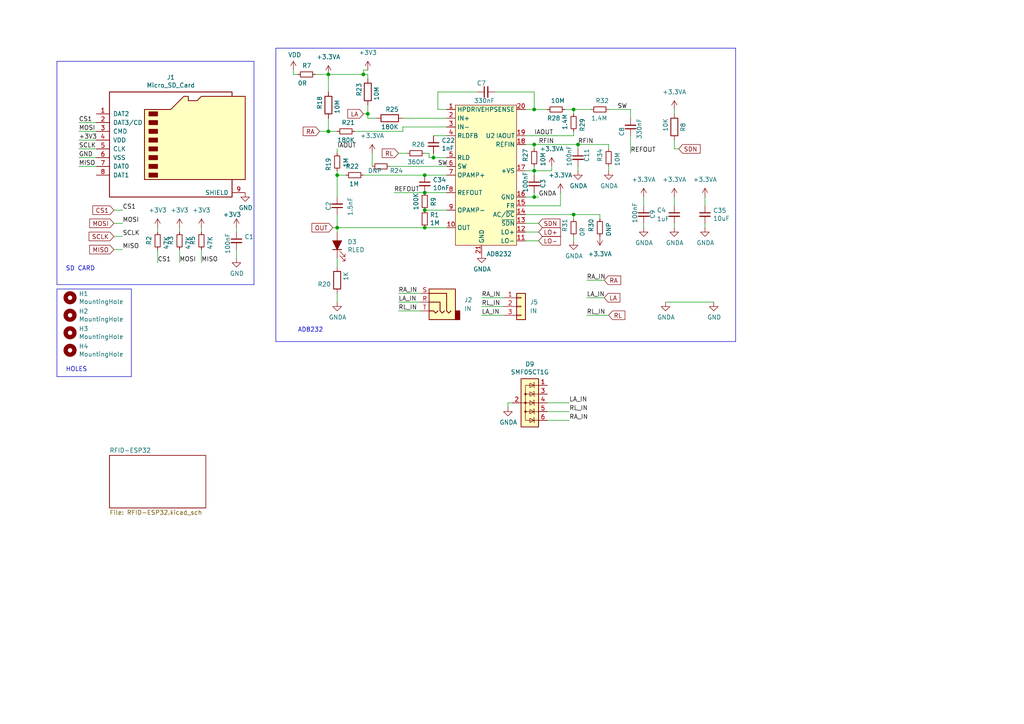
<source format=kicad_sch>
(kicad_sch (version 20230121) (generator eeschema)
  (paper "A4")
  (title_block (title "ECG IOT MODULE V-0.1") (date "2022-04-07") (company "BIOTI") (comment 1 "doenec@gmail.com") (comment 2 "ESTEBAN CORREDOR") (comment 3 "JAVIER MONCADA"))
  (lib_symbols
    (symbol "BCI_V-0.1-rescue:LED_ALT-device" (pin_numbers hide) (pin_names (offset 1.016) hide)
      (property "Reference" "D" (at 0 2.54 0))
      (property "Value" "LED_ALT-device" (at 0 -2.54 0))
      (symbol "LED_ALT-device_0_1"
        (polyline (pts (xy -1.27 -1.27) (xy -1.27 1.27)) (stroke (width 0.254)))
        (polyline (pts (xy -1.27 0) (xy 1.27 0)))
        (polyline (pts (xy 1.27 -1.27) (xy 1.27 1.27) (xy -1.27 0) (xy 1.27 -1.27)) (stroke (width 0.254)) (fill (type outline)))
        (polyline (pts (xy -3.048 -0.762) (xy -4.572 -2.286) (xy -3.81 -2.286) (xy -4.572 -2.286) (xy -4.572 -1.524)))
        (polyline (pts (xy -1.778 -0.762) (xy -3.302 -2.286) (xy -2.54 -2.286) (xy -3.302 -2.286) (xy -3.302 -1.524)))
      )
      (symbol "LED_ALT-device_1_1"
        (pin passive line (at -3.81 0 0) (length 2.54) (name "K") (number "1"))
        (pin passive line (at 3.81 0 180) (length 2.54) (name "A") (number "2"))
      )
    )
    (symbol "BCI_V-0.1-rescue:R-device" (pin_numbers hide) (pin_names (offset 0))
      (property "Reference" "R" (at 2.032 0 90))
      (property "Value" "R-device" (at 0 0 90))
      (symbol "R-device_0_1"
        (rectangle (start -1.016 -2.54) (end 1.016 2.54) (stroke (width 0.254)))
      )
      (symbol "R-device_1_1"
        (pin passive line (at 0 3.81 270) (length 1.27) (name "~") (number "1"))
        (pin passive line (at 0 -3.81 90) (length 1.27) (name "~") (number "2"))
      )
    )
    (symbol "Connector:AudioJack3"
      (property "Reference" "J" (at 0 8.89 0))
      (property "Value" "AudioJack3" (at 0 6.35 0))
      (symbol "AudioJack3_0_1"
        (rectangle (start -5.08 -5.08) (end -6.35 -2.54) (stroke (width 0.254)) (fill (type outline)))
        (polyline (pts (xy 0 -2.54) (xy 0.635 -3.175) (xy 1.27 -2.54) (xy 2.54 -2.54)) (stroke (width 0.254)))
        (polyline (pts (xy -1.905 -2.54) (xy -1.27 -3.175) (xy -0.635 -2.54) (xy -0.635 0) (xy 2.54 0)) (stroke (width 0.254)))
        (polyline (pts (xy 2.54 2.54) (xy -2.54 2.54) (xy -2.54 -2.54) (xy -3.175 -3.175) (xy -3.81 -2.54)) (stroke (width 0.254)))
        (rectangle (start 2.54 3.81) (end -5.08 -5.08) (stroke (width 0.254)) (fill (type background)))
      )
      (symbol "AudioJack3_1_1"
        (pin passive line (at 5.08 0 180) (length 2.54) (name "~") (number "R"))
        (pin passive line (at 5.08 2.54 180) (length 2.54) (name "~") (number "S"))
        (pin passive line (at 5.08 -2.54 180) (length 2.54) (name "~") (number "T"))
      )
    )
    (symbol "Connector:Micro_SD_Card" (pin_names (offset 1.016))
      (property "Reference" "J1" (at -1.27 18.2118 0))
      (property "Value" "Micro_SD_Card" (at -1.27 15.9004 0))
      (symbol "Micro_SD_Card_0_1"
        (rectangle (start -7.62 -9.525) (end -5.08 -10.795) (fill (type outline)))
        (rectangle (start -7.62 -6.985) (end -5.08 -8.255) (fill (type outline)))
        (rectangle (start -7.62 -4.445) (end -5.08 -5.715) (fill (type outline)))
        (rectangle (start -7.62 -1.905) (end -5.08 -3.175) (fill (type outline)))
        (rectangle (start -7.62 0.635) (end -5.08 -0.635) (fill (type outline)))
        (rectangle (start -7.62 3.175) (end -5.08 1.905) (fill (type outline)))
        (rectangle (start -7.62 5.715) (end -5.08 4.445) (fill (type outline)))
        (rectangle (start -7.62 8.255) (end -5.08 6.985) (fill (type outline)))
        (polyline (pts (xy 16.51 12.7) (xy 16.51 13.97) (xy -19.05 13.97) (xy -19.05 -16.51) (xy 16.51 -16.51) (xy 16.51 -11.43)) (stroke (width 0.254)))
        (polyline (pts (xy -8.89 -11.43) (xy -8.89 8.89) (xy -1.27 8.89) (xy 2.54 12.7) (xy 3.81 12.7) (xy 3.81 11.43) (xy 6.35 11.43) (xy 7.62 12.7) (xy 20.32 12.7) (xy 20.32 -11.43) (xy -8.89 -11.43)) (stroke (width 0.254)) (fill (type background)))
      )
      (symbol "Micro_SD_Card_1_1"
        (pin bidirectional line (at -22.86 7.62 0) (length 3.81) (name "DAT2") (number "1"))
        (pin input line (at 20.32 -15.24 180) (length 2.54) hide (name "") (number "10"))
        (pin input line (at 20.32 -15.24 180) (length 2.54) hide (name "") (number "11"))
        (pin input line (at 20.32 -15.24 180) (length 2.54) hide (name "") (number "12"))
        (pin input line (at 20.32 -15.24 180) (length 2.54) hide (name "") (number "13"))
        (pin bidirectional line (at -22.86 5.08 0) (length 3.81) (name "DAT3/CD") (number "2"))
        (pin input line (at -22.86 2.54 0) (length 3.81) (name "CMD") (number "3"))
        (pin power_in line (at -22.86 0 0) (length 3.81) (name "VDD") (number "4"))
        (pin input line (at -22.86 -2.54 0) (length 3.81) (name "CLK") (number "5"))
        (pin power_in line (at -22.86 -5.08 0) (length 3.81) (name "VSS") (number "6"))
        (pin bidirectional line (at -22.86 -7.62 0) (length 3.81) (name "DAT0") (number "7"))
        (pin bidirectional line (at -22.86 -10.16 0) (length 3.81) (name "DAT1") (number "8"))
        (pin passive line (at 20.32 -15.24 180) (length 3.81) (name "SHIELD") (number "9"))
      )
    )
    (symbol "Connector_Generic:Conn_01x03" (pin_names (offset 1.016) hide)
      (property "Reference" "J" (at 0 5.08 0))
      (property "Value" "Conn_01x03" (at 0 -5.08 0))
      (symbol "Conn_01x03_1_1"
        (rectangle (start -1.27 -2.413) (end 0 -2.667) (stroke (width 0.1524)))
        (rectangle (start -1.27 0.127) (end 0 -0.127) (stroke (width 0.1524)))
        (rectangle (start -1.27 2.667) (end 0 2.413) (stroke (width 0.1524)))
        (rectangle (start -1.27 3.81) (end 1.27 -3.81) (stroke (width 0.254)) (fill (type background)))
        (pin passive line (at -5.08 2.54 0) (length 3.81) (name "Pin_1") (number "1"))
        (pin passive line (at -5.08 0 0) (length 3.81) (name "Pin_2") (number "2"))
        (pin passive line (at -5.08 -2.54 0) (length 3.81) (name "Pin_3") (number "3"))
      )
    )
    (symbol "Device:C_Small" (pin_numbers hide) (pin_names (offset 0.254) hide)
      (property "Reference" "C" (at 0.254 1.778 0))
      (property "Value" "C_Small" (at 0.254 -2.032 0))
      (symbol "C_Small_0_1"
        (polyline (pts (xy -1.524 -0.508) (xy 1.524 -0.508)) (stroke (width 0.3302)))
        (polyline (pts (xy -1.524 0.508) (xy 1.524 0.508)) (stroke (width 0.3048)))
      )
      (symbol "C_Small_1_1"
        (pin passive line (at 0 2.54 270) (length 2.032) (name "~") (number "1"))
        (pin passive line (at 0 -2.54 90) (length 2.032) (name "~") (number "2"))
      )
    )
    (symbol "Device:R_Small" (pin_numbers hide) (pin_names (offset 0.254) hide)
      (property "Reference" "R" (at 0.762 0.508 0))
      (property "Value" "R_Small" (at 0.762 -1.016 0))
      (symbol "R_Small_0_1"
        (rectangle (start -0.762 1.778) (end 0.762 -1.778) (stroke (width 0.2032)))
      )
      (symbol "R_Small_1_1"
        (pin passive line (at 0 2.54 270) (length 0.762) (name "~") (number "1"))
        (pin passive line (at 0 -2.54 90) (length 0.762) (name "~") (number "2"))
      )
    )
    (symbol "Mechanical:MountingHole" (pin_names (offset 1.016))
      (property "Reference" "H" (at 0 5.08 0))
      (property "Value" "MountingHole" (at 0 3.175 0))
      (symbol "MountingHole_0_1"
        (circle (center 0 0) (radius 1.27) (stroke (width 1.27)))
      )
    )
    (symbol "Power_Protection:SP0505BAHT" (pin_names hide)
      (property "Reference" "D" (at 7.62 2.54 0))
      (property "Value" "SP0505BAHT" (at 7.62 0.635 0))
      (symbol "SP0505BAHT_0_0"
        (pin passive line (at 0 -5.08 90) (length 2.54) (name "A") (number "2"))
      )
      (symbol "SP0505BAHT_0_1"
        (rectangle (start -6.985 2.54) (end 6.985 -2.54) (stroke (width 0.254)) (fill (type background)))
        (circle (center -2.54 -1.27) (radius 0.254) (fill (type outline)))
        (circle (center 0 -1.27) (radius 0.254) (fill (type outline)))
        (polyline (pts (xy -5.08 2.54) (xy -5.08 1.27)))
        (polyline (pts (xy -2.54 2.54) (xy -2.54 1.27)))
        (polyline (pts (xy 0 -1.27) (xy 0 -2.54)))
        (polyline (pts (xy 0 -1.27) (xy 0 1.27)))
        (polyline (pts (xy 0 2.54) (xy 0 1.27)))
        (polyline (pts (xy 0.635 1.27) (xy 0.762 1.27)))
        (polyline (pts (xy 2.54 2.54) (xy 2.54 1.27)))
        (polyline (pts (xy 5.08 2.54) (xy 5.08 1.27)))
        (polyline (pts (xy -5.08 1.27) (xy -5.08 -1.27) (xy -2.54 -1.27)))
        (polyline (pts (xy 0.635 1.27) (xy -0.762 1.27) (xy -0.762 1.016)))
        (polyline (pts (xy 5.08 1.27) (xy 5.08 -1.27) (xy 2.54 -1.27)))
        (polyline (pts (xy -5.842 1.016) (xy -5.842 1.27) (xy -4.445 1.27) (xy -4.318 1.27)))
        (polyline (pts (xy -5.08 1.27) (xy -4.445 0) (xy -5.715 0) (xy -5.08 1.27)))
        (polyline (pts (xy -3.302 1.016) (xy -3.302 1.27) (xy -1.905 1.27) (xy -1.778 1.27)))
        (polyline (pts (xy -2.54 1.27) (xy -2.54 -1.27) (xy 2.54 -1.27) (xy 2.54 1.27)))
        (polyline (pts (xy -2.54 1.27) (xy -1.905 0) (xy -3.175 0) (xy -2.54 1.27)))
        (polyline (pts (xy 0.635 0) (xy -0.635 0) (xy 0 1.27) (xy 0.635 0)))
        (polyline (pts (xy 1.778 1.016) (xy 1.778 1.27) (xy 3.175 1.27) (xy 3.302 1.27)))
        (polyline (pts (xy 2.54 1.27) (xy 1.905 0) (xy 3.175 0) (xy 2.54 1.27)))
        (polyline (pts (xy 4.318 1.016) (xy 4.318 1.27) (xy 5.715 1.27) (xy 5.842 1.27)))
        (polyline (pts (xy 5.08 1.27) (xy 4.445 0) (xy 5.715 0) (xy 5.08 1.27)))
        (circle (center 2.54 -1.27) (radius 0.254) (fill (type outline)))
      )
      (symbol "SP0505BAHT_1_1"
        (pin passive line (at -5.08 5.08 270) (length 2.54) (name "K") (number "1"))
        (pin passive line (at -2.54 5.08 270) (length 2.54) (name "K") (number "3"))
        (pin passive line (at 0 5.08 270) (length 2.54) (name "K") (number "4"))
        (pin passive line (at 2.54 5.08 270) (length 2.54) (name "K") (number "5"))
        (pin passive line (at 5.08 5.08 270) (length 2.54) (name "K") (number "6"))
      )
    )
    (symbol "esteban2:AD8232"
      (property "Reference" "U" (at 0 26.67 0))
      (property "Value" "AD8232" (at 0 24.13 0))
      (symbol "AD8232_0_1"
        (rectangle (start -7.62 21.59) (end 10.16 -19.05) (fill (type background)))
      )
      (symbol "AD8232_1_1"
        (pin input line (at -10.16 20.32 0) (length 2.54) (name "HPDRIVE") (number "1"))
        (pin input line (at -10.16 -13.97 0) (length 2.54) (name "OUT") (number "10"))
        (pin input line (at 12.7 -17.78 180) (length 2.54) (name "LO-") (number "11"))
        (pin input line (at 12.7 -15.24 180) (length 2.54) (name "LO+") (number "12"))
        (pin input line (at 12.7 -12.7 180) (length 2.54) (name "~{SDN}") (number "13"))
        (pin input line (at 12.7 -10.16 180) (length 2.54) (name "AC/~{DC}") (number "14"))
        (pin input line (at 12.7 -7.62 180) (length 2.54) (name "FR") (number "15"))
        (pin input line (at 12.7 -5.08 180) (length 2.54) (name "GND") (number "16"))
        (pin input line (at 12.7 2.54 180) (length 2.54) (name "+VS") (number "17"))
        (pin input line (at 12.7 10.16 180) (length 2.54) (name "REFIN") (number "18"))
        (pin input line (at 12.7 12.7 180) (length 2.54) (name "IAOUT") (number "19"))
        (pin input line (at -10.16 17.78 0) (length 2.54) (name "IN+") (number "2"))
        (pin input line (at 12.7 20.32 180) (length 2.54) (name "HPSENSE") (number "20"))
        (pin input line (at 0 -21.59 90) (length 2.54) (name "GND") (number "21"))
        (pin input line (at -10.16 15.24 0) (length 2.54) (name "IN-") (number "3"))
        (pin input line (at -10.16 12.7 0) (length 2.54) (name "RLDFB") (number "4"))
        (pin input line (at -10.16 6.35 0) (length 2.54) (name "RLD") (number "5"))
        (pin input line (at -10.16 3.81 0) (length 2.54) (name "SW") (number "6"))
        (pin input line (at -10.16 1.27 0) (length 2.54) (name "OPAMP+") (number "7"))
        (pin input line (at -10.16 -3.81 0) (length 2.54) (name "REFOUT") (number "8"))
        (pin input line (at -10.16 -8.89 0) (length 2.54) (name "OPAMP-") (number "9"))
      )
    )
    (symbol "power:+3.3VA" (power) (pin_names (offset 0))
      (property "Value" "+3.3VA" (at 0 3.556 0))
      (symbol "+3.3VA_0_1"
        (polyline (pts (xy -0.762 1.27) (xy 0 2.54)))
        (polyline (pts (xy 0 0) (xy 0 2.54)))
        (polyline (pts (xy 0 2.54) (xy 0.762 1.27)))
      )
      (symbol "+3.3VA_1_1"
        (pin power_in line (at 0 0 90) (length 0) hide (name "+3.3VA") (number "1"))
      )
    )
    (symbol "power:+3V3" (power) (pin_names (offset 0))
      (property "Value" "+3V3" (at 0 3.556 0))
      (symbol "+3V3_0_1"
        (polyline (pts (xy -0.762 1.27) (xy 0 2.54)))
        (polyline (pts (xy 0 0) (xy 0 2.54)))
        (polyline (pts (xy 0 2.54) (xy 0.762 1.27)))
      )
      (symbol "+3V3_1_1"
        (pin power_in line (at 0 0 90) (length 0) hide (name "+3V3") (number "1"))
      )
    )
    (symbol "power:GND" (power) (pin_names (offset 0))
      (property "Value" "GND" (at 0 -3.81 0))
      (symbol "GND_0_1"
        (polyline (pts (xy 0 0) (xy 0 -1.27) (xy 1.27 -1.27) (xy 0 -2.54) (xy -1.27 -1.27) (xy 0 -1.27)))
      )
      (symbol "GND_1_1"
        (pin power_in line (at 0 0 270) (length 0) hide (name "GND") (number "1"))
      )
    )
    (symbol "power:GNDA" (power) (pin_names (offset 0))
      (property "Value" "GNDA" (at 0 -3.81 0))
      (symbol "GNDA_0_1"
        (polyline (pts (xy 0 0) (xy 0 -1.27) (xy 1.27 -1.27) (xy 0 -2.54) (xy -1.27 -1.27) (xy 0 -1.27)))
      )
      (symbol "GNDA_1_1"
        (pin power_in line (at 0 0 270) (length 0) hide (name "GNDA") (number "1"))
      )
    )
    (symbol "power:VDD" (power) (pin_names (offset 0))
      (property "Value" "VDD" (at 0 3.81 0))
      (symbol "VDD_0_1"
        (polyline (pts (xy -0.762 1.27) (xy 0 2.54)))
        (polyline (pts (xy 0 0) (xy 0 2.54)))
        (polyline (pts (xy 0 2.54) (xy 0.762 1.27)))
      )
      (symbol "VDD_1_1"
        (pin power_in line (at 0 0 90) (length 0) hide (name "VDD") (number "1"))
      )
    )
  )
  (junction (at 95.25 21.59))
  (junction (at 154.94 41.91))
  (junction (at 166.37 31.75))
  (junction (at 95.25 38.1))
  (junction (at 154.94 57.15))
  (junction (at 106.68 33.02))
  (junction (at 97.79 66.04))
  (junction (at 105.41 21.59))
  (junction (at 166.37 62.23))
  (junction (at 97.79 50.8))
  (junction (at 167.64 41.91))
  (junction (at 123.19 55.88))
  (junction (at 123.19 66.04))
  (junction (at 123.19 50.8))
  (junction (at 123.19 60.96))
  (junction (at 154.94 49.53))
  (junction (at 154.94 31.75))
  (junction (at 125.73 45.72))
  (wire (pts (xy 154.94 26.67) (xy 154.94 31.75)))
  (wire (pts (xy 147.32 116.84) (xy 147.32 118.11)))
  (polyline (pts (xy 80.01 13.97) (xy 80.01 99.06)))
  (wire (pts (xy 123.19 44.45) (xy 124.46 44.45)))
  (wire (pts (xy 166.37 39.37) (xy 166.37 38.1)))
  (wire (pts (xy 58.42 66.04) (xy 58.42 67.31)))
  (polyline (pts (xy 73.66 82.55) (xy 16.51 82.55)))
  (wire (pts (xy 116.84 38.1) (xy 102.87 38.1)))
  (wire (pts (xy 158.75 119.38) (xy 165.1 119.38)))
  (wire (pts (xy 176.53 43.18) (xy 176.53 41.91)))
  (wire (pts (xy 166.37 62.23) (xy 166.37 63.5)))
  (wire (pts (xy 115.57 85.09) (xy 121.92 85.09)))
  (wire (pts (xy 154.94 55.88) (xy 154.94 57.15)))
  (wire (pts (xy 195.58 31.75) (xy 195.58 33.02)))
  (wire (pts (xy 52.07 72.39) (xy 52.07 76.2)))
  (polyline (pts (xy 16.51 17.78) (xy 73.66 17.78)))
  (wire (pts (xy 152.4 41.91) (xy 154.94 41.91)))
  (wire (pts (xy 86.36 21.59) (xy 85.09 21.59)))
  (wire (pts (xy 35.56 64.77) (xy 33.02 64.77)))
  (wire (pts (xy 163.83 31.75) (xy 166.37 31.75)))
  (wire (pts (xy 167.64 48.26) (xy 167.64 49.53)))
  (wire (pts (xy 106.68 20.32) (xy 105.41 20.32)))
  (wire (pts (xy 45.72 66.04) (xy 45.72 67.31)))
  (wire (pts (xy 105.41 20.32) (xy 105.41 21.59)))
  (wire (pts (xy 176.53 31.75) (xy 182.88 31.75)))
  (wire (pts (xy 158.75 116.84) (xy 165.1 116.84)))
  (wire (pts (xy 95.25 38.1) (xy 95.25 34.29)))
  (wire (pts (xy 105.41 50.8) (xy 123.19 50.8)))
  (wire (pts (xy 123.19 66.04) (xy 129.54 66.04)))
  (wire (pts (xy 105.41 21.59) (xy 106.68 21.59)))
  (wire (pts (xy 152.4 67.31) (xy 156.21 67.31)))
  (wire (pts (xy 204.47 57.15) (xy 204.47 59.69)))
  (wire (pts (xy 160.02 48.26) (xy 160.02 49.53)))
  (wire (pts (xy 97.79 50.8) (xy 100.33 50.8)))
  (wire (pts (xy 105.41 33.02) (xy 106.68 33.02)))
  (wire (pts (xy 166.37 31.75) (xy 171.45 31.75)))
  (polyline (pts (xy 213.36 99.06) (xy 80.01 99.06)))
  (wire (pts (xy 22.86 38.1) (xy 27.94 38.1)))
  (wire (pts (xy 125.73 44.45) (xy 125.73 45.72)))
  (wire (pts (xy 97.79 43.18) (xy 97.79 44.45)))
  (wire (pts (xy 127 31.75) (xy 129.54 31.75)))
  (wire (pts (xy 22.86 35.56) (xy 27.94 35.56)))
  (wire (pts (xy 170.18 91.44) (xy 176.53 91.44)))
  (wire (pts (xy 85.09 21.59) (xy 85.09 20.32)))
  (wire (pts (xy 95.25 21.59) (xy 95.25 26.67)))
  (wire (pts (xy 148.59 116.84) (xy 147.32 116.84)))
  (wire (pts (xy 166.37 62.23) (xy 173.99 62.23)))
  (wire (pts (xy 123.19 60.96) (xy 129.54 60.96)))
  (wire (pts (xy 22.86 48.26) (xy 27.94 48.26)))
  (wire (pts (xy 22.86 45.72) (xy 27.94 45.72)))
  (wire (pts (xy 92.71 38.1) (xy 95.25 38.1)))
  (wire (pts (xy 195.58 57.15) (xy 195.58 59.69)))
  (wire (pts (xy 106.68 34.29) (xy 106.68 33.02)))
  (polyline (pts (xy 16.51 83.82) (xy 16.51 109.22)))
  (wire (pts (xy 109.22 34.29) (xy 106.68 34.29)))
  (wire (pts (xy 160.02 49.53) (xy 154.94 49.53)))
  (wire (pts (xy 35.56 68.58) (xy 33.02 68.58)))
  (wire (pts (xy 68.58 66.04) (xy 68.58 67.31)))
  (wire (pts (xy 138.43 26.67) (xy 127 26.67)))
  (wire (pts (xy 52.07 66.04) (xy 52.07 67.31)))
  (wire (pts (xy 116.84 36.83) (xy 116.84 38.1)))
  (polyline (pts (xy 16.51 83.82) (xy 38.1 83.82)))
  (wire (pts (xy 91.44 21.59) (xy 95.25 21.59)))
  (wire (pts (xy 106.68 22.86) (xy 106.68 21.59)))
  (polyline (pts (xy 80.01 13.97) (xy 213.36 13.97)))
  (wire (pts (xy 143.51 26.67) (xy 154.94 26.67)))
  (wire (pts (xy 176.53 48.26) (xy 176.53 49.53)))
  (wire (pts (xy 170.18 81.28) (xy 175.26 81.28)))
  (wire (pts (xy 152.4 62.23) (xy 166.37 62.23)))
  (wire (pts (xy 195.58 64.77) (xy 195.58 66.04)))
  (wire (pts (xy 97.79 66.04) (xy 97.79 67.31)))
  (wire (pts (xy 68.58 74.93) (xy 68.58 72.39)))
  (wire (pts (xy 123.19 55.88) (xy 129.54 55.88)))
  (wire (pts (xy 167.64 41.91) (xy 176.53 41.91)))
  (wire (pts (xy 97.79 66.04) (xy 123.19 66.04)))
  (wire (pts (xy 45.72 76.2) (xy 45.72 72.39)))
  (wire (pts (xy 106.68 33.02) (xy 106.68 30.48)))
  (wire (pts (xy 167.64 41.91) (xy 167.64 43.18)))
  (wire (pts (xy 113.03 48.26) (xy 129.54 48.26)))
  (wire (pts (xy 97.79 87.63) (xy 97.79 85.09)))
  (wire (pts (xy 204.47 64.77) (xy 204.47 66.04)))
  (wire (pts (xy 182.88 39.37) (xy 182.88 44.45)))
  (wire (pts (xy 182.88 34.29) (xy 182.88 31.75)))
  (polyline (pts (xy 16.51 82.55) (xy 16.51 17.78)))
  (wire (pts (xy 196.85 43.18) (xy 195.58 43.18)))
  (polyline (pts (xy 213.36 13.97) (xy 213.36 99.06)))
  (wire (pts (xy 139.7 88.9) (xy 146.05 88.9)))
  (wire (pts (xy 154.94 31.75) (xy 158.75 31.75)))
  (wire (pts (xy 152.4 64.77) (xy 156.21 64.77)))
  (wire (pts (xy 154.94 49.53) (xy 154.94 48.26)))
  (wire (pts (xy 125.73 39.37) (xy 129.54 39.37)))
  (wire (pts (xy 127 26.67) (xy 127 31.75)))
  (wire (pts (xy 115.57 90.17) (xy 121.92 90.17)))
  (wire (pts (xy 115.57 44.45) (xy 118.11 44.45)))
  (wire (pts (xy 152.4 57.15) (xy 154.94 57.15)))
  (wire (pts (xy 22.86 43.18) (xy 27.94 43.18)))
  (wire (pts (xy 193.04 87.63) (xy 207.01 87.63)))
  (wire (pts (xy 170.18 86.36) (xy 175.26 86.36)))
  (wire (pts (xy 115.57 87.63) (xy 121.92 87.63)))
  (wire (pts (xy 124.46 45.72) (xy 125.73 45.72)))
  (wire (pts (xy 58.42 72.39) (xy 58.42 76.2)))
  (wire (pts (xy 95.25 21.59) (xy 105.41 21.59)))
  (wire (pts (xy 97.79 57.15) (xy 97.79 50.8)))
  (wire (pts (xy 123.19 50.8) (xy 129.54 50.8)))
  (wire (pts (xy 154.94 41.91) (xy 167.64 41.91)))
  (wire (pts (xy 152.4 69.85) (xy 156.21 69.85)))
  (wire (pts (xy 173.99 63.5) (xy 173.99 62.23)))
  (polyline (pts (xy 73.66 17.78) (xy 73.66 82.55)))
  (wire (pts (xy 154.94 57.15) (xy 156.21 57.15)))
  (wire (pts (xy 166.37 68.58) (xy 166.37 69.85)))
  (wire (pts (xy 152.4 59.69) (xy 162.56 59.69)))
  (wire (pts (xy 162.56 55.88) (xy 162.56 59.69)))
  (wire (pts (xy 186.69 57.15) (xy 186.69 59.69)))
  (wire (pts (xy 186.69 64.77) (xy 186.69 66.04)))
  (wire (pts (xy 152.4 31.75) (xy 154.94 31.75)))
  (wire (pts (xy 139.7 86.36) (xy 146.05 86.36)))
  (wire (pts (xy 124.46 44.45) (xy 124.46 45.72)))
  (wire (pts (xy 154.94 49.53) (xy 154.94 50.8)))
  (wire (pts (xy 116.84 34.29) (xy 129.54 34.29)))
  (wire (pts (xy 166.37 31.75) (xy 166.37 33.02)))
  (wire (pts (xy 35.56 60.96) (xy 33.02 60.96)))
  (wire (pts (xy 22.86 40.64) (xy 27.94 40.64)))
  (wire (pts (xy 158.75 121.92) (xy 165.1 121.92)))
  (polyline (pts (xy 38.1 83.82) (xy 38.1 109.22)))
  (wire (pts (xy 129.54 36.83) (xy 116.84 36.83)))
  (wire (pts (xy 139.7 91.44) (xy 146.05 91.44)))
  (wire (pts (xy 154.94 43.18) (xy 154.94 41.91)))
  (wire (pts (xy 97.79 38.1) (xy 95.25 38.1)))
  (wire (pts (xy 152.4 49.53) (xy 154.94 49.53)))
  (wire (pts (xy 97.79 74.93) (xy 97.79 77.47)))
  (wire (pts (xy 152.4 39.37) (xy 166.37 39.37)))
  (wire (pts (xy 97.79 49.53) (xy 97.79 50.8)))
  (wire (pts (xy 195.58 43.18) (xy 195.58 40.64)))
  (wire (pts (xy 114.3 55.88) (xy 123.19 55.88)))
  (wire (pts (xy 35.56 72.39) (xy 33.02 72.39)))
  (wire (pts (xy 96.52 66.04) (xy 97.79 66.04)))
  (wire (pts (xy 97.79 62.23) (xy 97.79 66.04)))
  (wire (pts (xy 107.95 44.45) (xy 107.95 48.26)))
  (polyline (pts (xy 38.1 109.22) (xy 16.51 109.22)))
  (wire (pts (xy 125.73 45.72) (xy 129.54 45.72)))
  (text "AD8232" (at 86.36 96.52 0) (effects (font (size 1.27 1.27)) (justify left bottom)))
  (text "HOLES" (at 19.05 107.95 0) (effects (font (size 1.27 1.27)) (justify left bottom)))
  (text "SD CARD" (at 19.05 78.74 0) (effects (font (size 1.27 1.27)) (justify left bottom)))
  (label "SW" (at 179.07 31.75 0))
  (label "MOSI" (at 22.86 38.1 0))
  (label "SCLK" (at 35.56 68.58 0))
  (label "RFIN" (at 156.21 41.91 0))
  (label "MOSI" (at 52.07 76.2 0))
  (label "REFOUT" (at 182.88 44.45 0))
  (label "SW" (at 127 48.26 0))
  (label "LA_IN" (at 170.18 86.36 0))
  (label "RA_IN" (at 165.1 121.92 0))
  (label "RL_IN" (at 115.57 90.17 0))
  (label "RFIN" (at 167.64 41.91 0))
  (label "RL_IN" (at 165.1 119.38 0))
  (label "REFOUT" (at 114.3 55.88 0))
  (label "MISO" (at 22.86 48.26 0))
  (label "MISO" (at 58.42 76.2 0))
  (label "RL_IN" (at 170.18 91.44 0))
  (label "MISO" (at 35.56 72.39 0))
  (label "GNDA" (at 156.21 57.15 0))
  (label "CS1" (at 22.86 35.56 0))
  (label "MOSI" (at 35.56 64.77 0))
  (label "IAOUT" (at 97.79 43.18 0))
  (label "RA_IN" (at 170.18 81.28 0))
  (label "+3V3" (at 22.86 40.64 0))
  (label "IAOUT" (at 154.94 39.37 0))
  (label "CS1" (at 35.56 60.96 0))
  (label "LA_IN" (at 165.1 116.84 0))
  (label "CS1" (at 45.72 76.2 0))
  (label "SCLK" (at 22.86 43.18 0))
  (label "LA_IN" (at 139.7 91.44 0))
  (label "LA_IN" (at 115.57 87.63 0))
  (label "GND" (at 22.86 45.72 0))
  (label "RA_IN" (at 139.7 86.36 0))
  (label "RA_IN" (at 115.57 85.09 0))
  (label "RL_IN" (at 139.7 88.9 0))
  (global_label "MISO" (shape input) (at 33.02 72.39 180) (property "Intersheetrefs" "${INTERSHEET_REFS}" (effects hide)))
  (global_label "MOSI" (shape input) (at 33.02 64.77 180) (property "Intersheetrefs" "${INTERSHEET_REFS}" (effects hide)))
  (global_label "LO-" (shape input) (at 156.21 69.85 0) (property "Intersheetrefs" "${INTERSHEET_REFS}" (effects hide)))
  (global_label "LA" (shape input) (at 175.26 86.36 0) (property "Intersheetrefs" "${INTERSHEET_REFS}" (effects hide)))
  (global_label "RL" (shape input) (at 176.53 91.44 0) (property "Intersheetrefs" "${INTERSHEET_REFS}" (effects hide)))
  (global_label "RA" (shape input) (at 92.71 38.1 180) (property "Intersheetrefs" "${INTERSHEET_REFS}" (effects hide)))
  (global_label "OUT" (shape input) (at 96.52 66.04 180) (property "Intersheetrefs" "${INTERSHEET_REFS}" (effects hide)))
  (global_label "LA" (shape input) (at 105.41 33.02 180) (property "Intersheetrefs" "${INTERSHEET_REFS}" (effects hide)))
  (global_label "RL" (shape input) (at 115.57 44.45 180) (property "Intersheetrefs" "${INTERSHEET_REFS}" (effects hide)))
  (global_label "SDN" (shape input) (at 156.21 64.77 0) (property "Intersheetrefs" "${INTERSHEET_REFS}" (effects hide)))
  (global_label "LO+" (shape input) (at 156.21 67.31 0) (property "Intersheetrefs" "${INTERSHEET_REFS}" (effects hide)))
  (global_label "SCLK" (shape input) (at 33.02 68.58 180) (property "Intersheetrefs" "${INTERSHEET_REFS}" (effects hide)))
  (global_label "CS1" (shape input) (at 33.02 60.96 180) (property "Intersheetrefs" "${INTERSHEET_REFS}" (effects hide)))
  (global_label "RA" (shape input) (at 175.26 81.28 0) (property "Intersheetrefs" "${INTERSHEET_REFS}" (effects hide)))
  (global_label "SDN" (shape input) (at 196.85 43.18 0) (property "Intersheetrefs" "${INTERSHEET_REFS}" (effects hide)))
  (symbol (lib_id "Device:R_Small") (at 123.19 63.5 0) (unit 1)
    (property "Reference" "R1" (at 124.6886 62.3316 0) (effects (justify left)))
    (property "Value" "1M" (at 124.6886 64.643 0) (effects (justify left)))
    (property "Footprint" "Resistor_SMD:R_0402_1005Metric" (effects hide))
    (property "LCSC-PN" "C26083" (effects hide))
    (property "MPN" "0402WGF1004TCE" (effects hide))
    (property "Manufacturer" "Uniroyal Elec" (effects hide))
  )
  (symbol (lib_id "Device:C_Small") (at 204.47 62.23 0) (unit 1)
    (property "Reference" "C35" (at 206.8068 61.0616 0) (effects (justify left)))
    (property "Value" "10uF" (at 206.8068 63.373 0) (effects (justify left)))
    (property "Footprint" "Capacitor_SMD:C_0402_1005Metric" (effects hide))
    (property "LCSC-PN" "C15525" (effects hide))
    (property "MPN" "CL05A106MQ5NUNC" (effects hide))
    (property "Manufacturer" "Samsung Electro-Mechanics" (effects hide))
  )
  (symbol (lib_id "Device:C_Small") (at 123.19 53.34 0) (unit 1)
    (property "Reference" "C34" (at 125.5268 52.1716 0) (effects (justify left)))
    (property "Value" "10nF" (at 125.5268 54.483 0) (effects (justify left)))
    (property "Footprint" "Capacitor_SMD:C_0402_1005Metric" (effects hide))
    (property "LCSC-PN" "C15195" (effects hide))
    (property "MPN" "CL05B103KB5NNNC" (effects hide))
    (property "Manufacturer" "Samsung Electro-Mechanics" (effects hide))
  )
  (symbol (lib_id "Device:C_Small") (at 125.73 41.91 0) (unit 1)
    (property "Reference" "C22" (at 128.0668 40.7416 0) (effects (justify left)))
    (property "Value" "1nF" (at 128.0668 43.053 0) (effects (justify left)))
    (property "Footprint" "Capacitor_SMD:C_0402_1005Metric" (effects hide))
    (property "LCSC-PN" "C1523" (effects hide))
    (property "MPN" "0402B102K500NT" (effects hide))
    (property "Manufacturer" "Guangdong Fenghua Advanced Tech" (effects hide))
  )
  (symbol (lib_id "power:GNDA") (at 193.04 87.63 0) (unit 1)
    (property "Reference" "#PWR0198" (effects hide))
    (property "Value" "GNDA" (at 193.167 92.0242 0))
  )
  (symbol (lib_id "power:GND") (at 207.01 87.63 0) (unit 1)
    (property "Reference" "#PWR0199" (effects hide))
    (property "Value" "GND" (at 207.137 92.0242 0))
  )
  (symbol (lib_id "Device:C_Small") (at 195.58 62.23 0) (unit 1)
    (property "Reference" "C4" (at 190.5 60.96 0) (effects (justify left)))
    (property "Value" "1uF" (at 190.5 63.5 0) (effects (justify left)))
    (property "Footprint" "Capacitor_SMD:C_0402_1005Metric" (effects hide))
    (property "LCSC-PN" "C52923" (effects hide))
    (property "MPN" "CL05A105KA5NQNC" (effects hide))
    (property "Manufacturer" "Samsung Electro-Mechanics" (effects hide))
  )
  (symbol (lib_id "Device:C_Small") (at 154.94 53.34 0) (unit 1)
    (property "Reference" "C3" (at 157.48 54.61 90) (effects (justify left)))
    (property "Value" "100nF" (at 152.4 55.88 90) (effects (justify left)))
    (property "Footprint" "Capacitor_SMD:C_0402_1005Metric" (effects hide))
    (property "LCSC-PN" "C1525" (effects hide))
    (property "MPN" "CL05B104KO5NNNC" (effects hide))
    (property "Manufacturer" "Samsung Electro-Mechanics" (effects hide))
  )
  (symbol (lib_id "Device:R_Small") (at 123.19 58.42 180) (unit 1)
    (property "Reference" "R9" (at 125.73 57.15 90) (effects (justify left)))
    (property "Value" "100K" (at 120.65 55.88 90) (effects (justify left)))
    (property "Footprint" "Resistor_SMD:R_0402_1005Metric" (effects hide))
    (property "LCSC-PN" "C25741" (effects hide))
    (property "Manufacturer" "UNI-ROYAL(Uniroyal Elec)" (effects hide))
    (property "MPN" "0402WGF1003TCE" (effects hide))
  )
  (symbol (lib_id "BCI_V-0.1-rescue:R-device") (at 195.58 36.83 180) (unit 1)
    (property "Reference" "R8" (at 198.12 35.56 90) (effects (justify left)))
    (property "Value" "10K" (at 193.04 34.29 90) (effects (justify left)))
    (property "Footprint" "Resistor_SMD:R_0402_1005Metric" (effects hide))
    (property "LCSC-PN" "C25744" (effects hide))
    (property "Manufacturer" "Uniroyal Elec" (effects hide))
    (property "MPN" "0402WGF1002TCE" (effects hide))
  )
  (symbol (lib_id "Connector:Micro_SD_Card") (at 50.8 40.64 0) (unit 1)
    (property "Reference" "J1" (at 49.53 22.4282 0))
    (property "Value" "Micro_SD_Card" (at 49.53 24.7396 0))
    (property "Footprint" "nodemcu:microSD" (effects hide))
    (property "Datasheet" "http://katalog.we-online.de/em/datasheet/693072010801.pdf" (effects hide))
    (property "LCSC-PN" "C393941" (effects hide))
    (property "MPN" "TF PUSH" (effects hide))
    (property "Manufacturer" "SHOU HAN " (effects hide))
  )
  (symbol (lib_id "power:GND") (at 68.58 74.93 0) (unit 1)
    (property "Reference" "#PWR0118" (effects hide))
    (property "Value" "GND" (at 68.707 79.3242 0))
  )
  (symbol (lib_id "power:+3V3") (at 106.68 20.32 0) (unit 1)
    (property "Reference" "#PWR07" (effects hide))
    (property "Value" "+3V3" (at 106.68 15.24 0))
  )
  (symbol (lib_id "Device:C_Small") (at 167.64 45.72 0) (unit 1)
    (property "Reference" "C11" (at 170.18 46.99 90) (effects (justify left)))
    (property "Value" "100nF" (at 165.1 48.26 90) (effects (justify left)))
    (property "Footprint" "Capacitor_SMD:C_0402_1005Metric" (effects hide))
    (property "LCSC-PN" "C1525" (effects hide))
    (property "MPN" "CL05B104KO5NNNC" (effects hide))
    (property "Manufacturer" "Samsung Electro-Mechanics" (effects hide))
  )
  (symbol (lib_id "Device:R_Small") (at 166.37 66.04 0) (unit 1)
    (property "Reference" "R31" (at 163.83 67.31 90) (effects (justify left)))
    (property "Value" "0R" (at 168.91 68.58 90) (effects (justify left)))
    (property "Footprint" "Resistor_SMD:R_0402_1005Metric" (effects hide))
    (property "LCSC-PN" "C17168" (effects hide))
    (property "Manufacturer" "Uniroyal Elec" (effects hide))
    (property "MPN" "0402WGF0000TCE" (effects hide))
  )
  (symbol (lib_id "BCI_V-0.1-rescue:R-device") (at 97.79 81.28 180) (unit 1)
    (property "Reference" "R20" (at 96.012 82.4484 0) (effects (justify left)))
    (property "Value" "1K" (at 100.33 78.74 90) (effects (justify left)))
    (property "Footprint" "Resistor_SMD:R_0603_1608Metric" (effects hide))
    (property "LCSC-PN" "C21190" (effects hide))
    (property "Manufacturer" "Uniroyal Elec" (effects hide))
    (property "MPN" "0603WAF1001T5E" (effects hide))
  )
  (symbol (lib_id "power:+3.3VA") (at 173.99 68.58 180) (unit 1)
    (property "Reference" "#PWR0115" (effects hide))
    (property "Value" "+3.3VA" (at 173.99 73.66 0))
  )
  (symbol (lib_id "power:VDD") (at 85.09 20.32 0) (unit 1)
    (property "Reference" "#PWR0117" (effects hide))
    (property "Value" "VDD" (at 85.471 15.9258 0))
  )
  (symbol (lib_id "power:GNDA") (at 186.69 66.04 0) (unit 1)
    (property "Reference" "#PWR0109" (effects hide))
    (property "Value" "GNDA" (at 186.817 70.4342 0))
  )
  (symbol (lib_id "Device:R_Small") (at 161.29 31.75 90) (unit 1)
    (property "Reference" "R28" (at 162.56 34.29 90) (effects (justify left)))
    (property "Value" "10M" (at 163.83 29.21 90) (effects (justify left)))
    (property "Footprint" "Resistor_SMD:R_0402_1005Metric" (effects hide))
    (property "LCSC-PN" "C26082" (effects hide))
    (property "Manufacturer" "Uniroyal Elec" (effects hide))
    (property "MPN" "0402WGF1005TCE" (effects hide))
  )
  (symbol (lib_id "power:GNDA") (at 147.32 118.11 0) (unit 1)
    (property "Reference" "#PWR05" (effects hide))
    (property "Value" "GNDA" (at 147.447 122.5042 0))
  )
  (symbol (lib_id "Device:R_Small") (at 88.9 21.59 270) (unit 1)
    (property "Reference" "R7" (at 87.63 19.05 90) (effects (justify left)))
    (property "Value" "0R" (at 86.36 24.13 90) (effects (justify left)))
    (property "Footprint" "Resistor_SMD:R_0402_1005Metric" (effects hide))
    (property "LCSC-PN" "C17168" (effects hide))
    (property "Manufacturer" "Uniroyal Elec" (effects hide))
    (property "MPN" "0402WGF0000TCE" (effects hide))
  )
  (symbol (lib_id "Device:R_Small") (at 45.72 69.85 0) (unit 1)
    (property "Reference" "R2" (at 43.18 71.12 90) (effects (justify left)))
    (property "Value" "47K" (at 48.26 72.39 90) (effects (justify left)))
    (property "Footprint" "Resistor_SMD:R_0402_1005Metric" (effects hide))
    (property "LCSC-PN" "C25792" (effects hide))
    (property "MPN" "0402WGF4702TCE" (effects hide))
    (property "Manufacturer" "UNI-ROYAL(Uniroyal Elec)" (effects hide))
  )
  (symbol (lib_id "Device:R_Small") (at 97.79 46.99 180) (unit 1)
    (property "Reference" "R19" (at 95.25 45.72 90) (effects (justify left)))
    (property "Value" "1M" (at 100.33 45.72 90) (effects (justify left)))
    (property "Footprint" "Resistor_SMD:R_0402_1005Metric" (effects hide))
    (property "LCSC-PN" "C26083" (effects hide))
    (property "MPN" "0402WGF1004TCE" (effects hide))
    (property "Manufacturer" "Uniroyal Elec" (effects hide))
  )
  (symbol (lib_id "power:GNDA") (at 167.64 49.53 0) (unit 1)
    (property "Reference" "#PWR0114" (effects hide))
    (property "Value" "GNDA" (at 167.767 53.9242 0))
  )
  (symbol (lib_id "Mechanical:MountingHole") (at 20.32 101.6 0) (unit 1)
    (property "Reference" "H4" (at 22.86 100.4316 0) (effects (justify left)))
    (property "Value" "MountingHole" (at 22.86 102.743 0) (effects (justify left)))
    (property "Footprint" "MountingHole:MountingHole_3.2mm_M3_DIN965_Pad" (effects hide))
  )
  (symbol (lib_id "power:+3V3") (at 68.58 66.04 0) (unit 1)
    (property "Reference" "#PWR0119" (effects hide))
    (property "Value" "+3V3" (at 67.31 62.23 0))
  )
  (symbol (lib_id "Connector:AudioJack3") (at 127 87.63 0) (mirror y) (unit 1)
    (property "Reference" "J2" (at 134.62 86.9949 0) (effects (justify right)))
    (property "Value" "IN" (at 134.62 89.5349 0) (effects (justify right)))
    (property "Footprint" "nodemcu:PJ-320B" (effects hide))
    (property "LCSC-PN" "C18594" (effects hide))
    (property "MPN" "PJ-320B" (effects hide))
    (property "Manufacturer" "BOOMELE(Boom Precision Elec" (effects hide))
  )
  (symbol (lib_id "power:+3.3VA") (at 107.95 44.45 0) (unit 1)
    (property "Reference" "#PWR0102" (effects hide))
    (property "Value" "+3.3VA" (at 107.95 39.37 0))
  )
  (symbol (lib_id "Mechanical:MountingHole") (at 20.32 96.52 0) (unit 1)
    (property "Reference" "H3" (at 22.86 95.3516 0) (effects (justify left)))
    (property "Value" "MountingHole" (at 22.86 97.663 0) (effects (justify left)))
    (property "Footprint" "MountingHole:MountingHole_3.2mm_M3_DIN965_Pad" (effects hide))
  )
  (symbol (lib_id "power:+3.3VA") (at 160.02 48.26 0) (unit 1)
    (property "Reference" "#PWR0142" (effects hide))
    (property "Value" "+3.3VA" (at 160.02 43.18 0))
  )
  (symbol (lib_id "Power_Protection:SP0505BAHT") (at 153.67 116.84 270) (unit 1)
    (property "Reference" "D9" (at 153.67 105.6132 90))
    (property "Value" "SMF05CT1G" (at 153.67 107.9246 90))
    (property "Footprint" "Package_TO_SOT_SMD:SOT-363_SC-70-6" (effects hide))
    (property "Datasheet" "http://www.littelfuse.com/~/media/files/littelfuse/technical%20resources/documents/data%20sheets/sp05xxba.pdf" (effects hide))
    (property "LCSC-PN" "C15879" (effects hide))
    (property "MPN" "SMF05CT1G" (effects hide))
    (property "Manufacturer" "ON Semicon" (effects hide))
  )
  (symbol (lib_id "Device:R_Small") (at 176.53 45.72 0) (unit 1)
    (property "Reference" "R34" (at 173.99 46.99 90) (effects (justify left)))
    (property "Value" "10M" (at 179.07 48.26 90) (effects (justify left)))
    (property "Footprint" "Resistor_SMD:R_0402_1005Metric" (effects hide))
    (property "LCSC-PN" "C26082" (effects hide))
    (property "Manufacturer" "Uniroyal Elec" (effects hide))
    (property "MPN" "0402WGF1005TCE" (effects hide))
  )
  (symbol (lib_id "power:GNDA") (at 166.37 69.85 0) (unit 1)
    (property "Reference" "#PWR0107" (effects hide))
    (property "Value" "GNDA" (at 166.497 74.2442 0))
  )
  (symbol (lib_id "Connector_Generic:Conn_01x03") (at 151.13 88.9 0) (unit 1)
    (property "Reference" "J5" (at 153.67 87.6299 0) (effects (justify left)))
    (property "Value" "IN" (at 153.67 90.1699 0) (effects (justify left)))
    (property "Footprint" "Connector_JST:JST_EH_S3B-EH_1x03_P2.50mm_Horizontal" (effects hide))
  )
  (symbol (lib_id "power:+3V3") (at 52.07 66.04 0) (unit 1)
    (property "Reference" "#PWR0128" (effects hide))
    (property "Value" "+3V3" (at 52.07 60.96 0))
  )
  (symbol (lib_id "power:GNDA") (at 204.47 66.04 0) (unit 1)
    (property "Reference" "#PWR0111" (effects hide))
    (property "Value" "GNDA" (at 204.597 70.4342 0))
  )
  (symbol (lib_id "BCI_V-0.1-rescue:R-device") (at 113.03 34.29 270) (unit 1)
    (property "Reference" "R25" (at 111.76 31.75 90) (effects (justify left)))
    (property "Value" "180K" (at 110.49 36.83 90) (effects (justify left)))
    (property "Footprint" "Resistor_SMD:R_0603_1608Metric" (effects hide))
    (property "LCSC-PN" "C22827" (effects hide))
    (property "Manufacturer" "Uniroyal Elec" (effects hide))
    (property "MPN" "0603WAF1803T5E" (effects hide))
  )
  (symbol (lib_id "Device:R_Small") (at 100.33 38.1 270) (unit 1)
    (property "Reference" "R21" (at 99.06 35.56 90) (effects (justify left)))
    (property "Value" "180K" (at 97.79 40.64 90) (effects (justify left)))
    (property "Footprint" "Resistor_SMD:R_0603_1608Metric" (effects hide))
    (property "LCSC-PN" "C22827" (effects hide))
    (property "Manufacturer" "Uniroyal Elec" (effects hide))
    (property "MPN" "0603WAF1803T5E" (effects hide))
  )
  (symbol (lib_id "Device:R_Small") (at 58.42 69.85 0) (unit 1)
    (property "Reference" "R5" (at 55.88 71.12 90) (effects (justify left)))
    (property "Value" "47K" (at 60.96 72.39 90) (effects (justify left)))
    (property "Footprint" "Resistor_SMD:R_0402_1005Metric" (effects hide))
    (property "LCSC-PN" "C25792" (effects hide))
    (property "MPN" "0402WGF4702TCE" (effects hide))
    (property "Manufacturer" "UNI-ROYAL(Uniroyal Elec)" (effects hide))
  )
  (symbol (lib_id "Device:R_Small") (at 173.99 66.04 0) (unit 1)
    (property "Reference" "R30" (at 171.45 67.31 90) (effects (justify left)))
    (property "Value" "DNP" (at 176.53 68.58 90) (effects (justify left)))
    (property "Footprint" "Resistor_SMD:R_0402_1005Metric" (effects hide))
    (property "Manufacturer" "Uniroyal Elec" (effects hide))
  )
  (symbol (lib_id "power:+3.3VA") (at 204.47 57.15 0) (unit 1)
    (property "Reference" "#PWR0104" (effects hide))
    (property "Value" "+3.3VA" (at 204.47 52.07 0))
  )
  (symbol (lib_id "Device:R_Small") (at 110.49 48.26 270) (unit 1)
    (property "Reference" "R24" (at 113.03 49.53 90) (effects (justify left)))
    (property "Value" "DNP" (at 106.68 49.53 90) (effects (justify left)))
    (property "Footprint" "Resistor_SMD:R_0402_1005Metric" (effects hide))
    (property "Manufacturer" "Uniroyal Elec" (effects hide))
  )
  (symbol (lib_id "Device:C_Small") (at 68.58 69.85 0) (unit 1)
    (property "Reference" "C1" (at 70.9168 68.6816 0) (effects (justify left)))
    (property "Value" "100nF" (at 66.04 73.66 90) (effects (justify left)))
    (property "Footprint" "Capacitor_SMD:C_0402_1005Metric" (effects hide))
    (property "LCSC-PN" "C1525" (effects hide))
    (property "MPN" "CL05B104KO5NNNC" (effects hide))
    (property "Manufacturer" "Samsung Electro-Mechanics" (effects hide))
  )
  (symbol (lib_id "power:GNDA") (at 176.53 49.53 0) (unit 1)
    (property "Reference" "#PWR0108" (effects hide))
    (property "Value" "GNDA" (at 176.657 53.9242 0))
  )
  (symbol (lib_id "Device:C_Small") (at 186.69 62.23 0) (unit 1)
    (property "Reference" "C9" (at 189.23 63.5 90) (effects (justify left)))
    (property "Value" "100nF" (at 184.15 64.77 90) (effects (justify left)))
    (property "Footprint" "Capacitor_SMD:C_0402_1005Metric" (effects hide))
    (property "LCSC-PN" "C1525" (effects hide))
    (property "MPN" "CL05B104KO5NNNC" (effects hide))
    (property "Manufacturer" "Samsung Electro-Mechanics" (effects hide))
  )
  (symbol (lib_id "power:+3.3VA") (at 95.25 21.59 0) (unit 1)
    (property "Reference" "#PWR0101" (effects hide))
    (property "Value" "+3.3VA" (at 95.25 16.51 0))
  )
  (symbol (lib_id "power:GND") (at 71.12 55.88 0) (unit 1)
    (property "Reference" "#PWR06" (effects hide))
    (property "Value" "GND" (at 71.247 60.2742 0))
  )
  (symbol (lib_id "power:GNDA") (at 97.79 87.63 0) (unit 1)
    (property "Reference" "#PWR0121" (effects hide))
    (property "Value" "GNDA" (at 97.917 92.0242 0))
  )
  (symbol (lib_id "Device:R_Small") (at 173.99 31.75 270) (unit 1)
    (property "Reference" "R32" (at 172.72 29.21 90) (effects (justify left)))
    (property "Value" "1.4M" (at 171.45 34.29 90) (effects (justify left)))
    (property "Footprint" "Resistor_SMD:R_0402_1005Metric" (effects hide))
    (property "LCSC-PN" "C270644" (effects hide))
    (property "Manufacturer" "Uniroyal Elec" (effects hide))
    (property "MPN" "0402WGF1404TCE" (effects hide))
  )
  (symbol (lib_id "Device:C_Small") (at 182.88 36.83 180) (unit 1)
    (property "Reference" "C8" (at 180.34 36.83 90) (effects (justify left)))
    (property "Value" "330nF" (at 185.42 34.29 90) (effects (justify left)))
    (property "Footprint" "Capacitor_SMD:C_0603_1608Metric" (effects hide))
    (property "LCSC-PN" "C1615" (effects hide))
    (property "MPN" "0603B334K250NT" (effects hide))
    (property "Manufacturer" "FH(Guangdong Fenghua Advanced Tech)" (effects hide))
  )
  (symbol (lib_id "esteban2:AD8232") (at 139.7 52.07 0) (unit 1)
    (property "Reference" "U2" (at 142.24 39.37 0))
    (property "Value" "AD8232" (at 144.78 73.66 0))
    (property "Footprint" "Package_CSP:LFCSP-20-1EP_4x4mm_P0.5mm_EP2.5x2.5mm_ThermalVias" (effects hide))
    (property "LCSC-PN" "C652575" (effects hide))
    (property "MPN" "AD8232ACPZ-RL" (effects hide))
    (property "Manufacturer" "Analog Devices" (effects hide))
  )
  (symbol (lib_id "power:GNDA") (at 139.7 73.66 0) (unit 1)
    (property "Reference" "#PWR0106" (effects hide))
    (property "Value" "GNDA" (at 139.827 78.0542 0))
  )
  (symbol (lib_id "BCI_V-0.1-rescue:LED_ALT-device") (at 97.79 71.12 90) (unit 1)
    (property "Reference" "D3" (at 100.7872 70.1548 90) (effects (justify right)))
    (property "Value" "RLED" (at 100.7872 72.4662 90) (effects (justify right)))
    (property "Footprint" "LED_SMD:LED_0603_1608Metric" (effects hide))
    (property "LCSC-PN" "C2286" (effects hide))
    (property "Manufacturer" "Hubei KENTO Elec" (effects hide))
    (property "MPN" "KT-0603R" (effects hide))
  )
  (symbol (lib_id "power:+3V3") (at 58.42 66.04 0) (unit 1)
    (property "Reference" "#PWR0120" (effects hide))
    (property "Value" "+3V3" (at 58.42 60.96 0))
  )
  (symbol (lib_id "Device:R_Small") (at 120.65 44.45 270) (unit 1)
    (property "Reference" "R26" (at 119.38 41.91 90) (effects (justify left)))
    (property "Value" "360K" (at 118.11 46.99 90) (effects (justify left)))
    (property "Footprint" "Resistor_SMD:R_0603_1608Metric" (effects hide))
    (property "LCSC-PN" "C23146" (effects hide))
    (property "Manufacturer" "Uniroyal Elec" (effects hide))
    (property "MPN" "0603WAF3603T5E" (effects hide))
  )
  (symbol (lib_id "Device:R_Small") (at 166.37 35.56 180) (unit 1)
    (property "Reference" "R29" (at 168.91 34.29 90) (effects (justify left)))
    (property "Value" "1.4M" (at 163.83 33.02 90) (effects (justify left)))
    (property "Footprint" "Resistor_SMD:R_0402_1005Metric" (effects hide))
    (property "LCSC-PN" "C270644" (effects hide))
    (property "Manufacturer" "Uniroyal Elec" (effects hide))
    (property "MPN" "0402WGF1404TCE" (effects hide))
  )
  (symbol (lib_id "power:+3.3VA") (at 195.58 31.75 0) (unit 1)
    (property "Reference" "#PWR0103" (effects hide))
    (property "Value" "+3.3VA" (at 195.58 26.67 0))
  )
  (symbol (lib_id "Device:R_Small") (at 154.94 45.72 0) (unit 1)
    (property "Reference" "R27" (at 152.4 46.99 90) (effects (justify left)))
    (property "Value" "10M" (at 157.48 48.26 90) (effects (justify left)))
    (property "Footprint" "Resistor_SMD:R_0402_1005Metric" (effects hide))
    (property "LCSC-PN" "C26082" (effects hide))
    (property "Manufacturer" "Uniroyal Elec" (effects hide))
    (property "MPN" "0402WGF1005TCE" (effects hide))
  )
  (symbol (lib_id "power:+3.3VA") (at 186.69 57.15 0) (unit 1)
    (property "Reference" "#PWR0112" (effects hide))
    (property "Value" "+3.3VA" (at 186.69 52.07 0))
  )
  (symbol (lib_id "Device:C_Small") (at 97.79 59.69 180) (unit 1)
    (property "Reference" "C2" (at 95.25 58.42 90) (effects (justify left)))
    (property "Value" "1.5nF" (at 101.6 57.15 90) (effects (justify left)))
    (property "Footprint" "Capacitor_SMD:C_0603_1608Metric" (effects hide))
    (property "LCSC-PN" "C1595" (effects hide))
    (property "MPN" "0603B152K500NT" (effects hide))
    (property "Manufacturer" "FH(Guangdong Fenghua Advanced Tech)" (effects hide))
  )
  (symbol (lib_id "Device:R_Small") (at 52.07 69.85 0) (unit 1)
    (property "Reference" "R3" (at 49.53 71.12 90) (effects (justify left)))
    (property "Value" "47K" (at 54.61 72.39 90) (effects (justify left)))
    (property "Footprint" "Resistor_SMD:R_0402_1005Metric" (effects hide))
    (property "LCSC-PN" "C25792" (effects hide))
    (property "MPN" "0402WGF4702TCE" (effects hide))
    (property "Manufacturer" "UNI-ROYAL(Uniroyal Elec)" (effects hide))
  )
  (symbol (lib_id "power:+3.3VA") (at 195.58 57.15 0) (unit 1)
    (property "Reference" "#PWR0105" (effects hide))
    (property "Value" "+3.3VA" (at 195.58 52.07 0))
  )
  (symbol (lib_id "power:+3V3") (at 45.72 66.04 0) (unit 1)
    (property "Reference" "#PWR0129" (effects hide))
    (property "Value" "+3V3" (at 45.72 60.96 0))
  )
  (symbol (lib_id "power:GNDA") (at 195.58 66.04 0) (unit 1)
    (property "Reference" "#PWR0110" (effects hide))
    (property "Value" "GNDA" (at 195.707 70.4342 0))
  )
  (symbol (lib_id "Mechanical:MountingHole") (at 20.32 91.44 0) (unit 1)
    (property "Reference" "H2" (at 22.86 90.2716 0) (effects (justify left)))
    (property "Value" "MountingHole" (at 22.86 92.583 0) (effects (justify left)))
    (property "Footprint" "MountingHole:MountingHole_3.2mm_M3_DIN965_Pad" (effects hide))
  )
  (symbol (lib_id "BCI_V-0.1-rescue:R-device") (at 106.68 26.67 0) (unit 1)
    (property "Reference" "R23" (at 104.14 27.94 90) (effects (justify left)))
    (property "Value" "10M" (at 109.22 29.21 90) (effects (justify left)))
    (property "Footprint" "Resistor_SMD:R_0402_1005Metric" (effects hide))
    (property "LCSC-PN" "C26082" (effects hide))
    (property "Manufacturer" "Uniroyal Elec" (effects hide))
    (property "MPN" "0402WGF1005TCE" (effects hide))
  )
  (symbol (lib_id "Device:C_Small") (at 140.97 26.67 90) (unit 1)
    (property "Reference" "C7" (at 140.97 24.13 90) (effects (justify left)))
    (property "Value" "330nF" (at 143.51 29.21 90) (effects (justify left)))
    (property "Footprint" "Capacitor_SMD:C_0603_1608Metric" (effects hide))
    (property "LCSC-PN" "C1615" (effects hide))
    (property "MPN" "0603B334K250NT" (effects hide))
    (property "Manufacturer" "FH(Guangdong Fenghua Advanced Tech)" (effects hide))
  )
  (symbol (lib_id "power:+3.3VA") (at 162.56 55.88 0) (unit 1)
    (property "Reference" "#PWR0122" (effects hide))
    (property "Value" "+3.3VA" (at 162.56 50.8 0))
  )
  (symbol (lib_id "Mechanical:MountingHole") (at 20.32 86.36 0) (unit 1)
    (property "Reference" "H1" (at 22.86 85.1916 0) (effects (justify left)))
    (property "Value" "MountingHole" (at 22.86 87.503 0) (effects (justify left)))
    (property "Footprint" "MountingHole:MountingHole_3.2mm_M3_DIN965_Pad" (effects hide))
  )
  (symbol (lib_id "Device:R_Small") (at 102.87 50.8 90) (unit 1)
    (property "Reference" "R22" (at 104.14 48.26 90) (effects (justify left)))
    (property "Value" "1M" (at 104.14 53.34 90) (effects (justify left)))
    (property "Footprint" "Resistor_SMD:R_0402_1005Metric" (effects hide))
    (property "LCSC-PN" "C26083" (effects hide))
    (property "MPN" "0402WGF1004TCE" (effects hide))
    (property "Manufacturer" "Uniroyal Elec" (effects hide))
  )
  (symbol (lib_id "BCI_V-0.1-rescue:R-device") (at 95.25 30.48 0) (unit 1)
    (property "Reference" "R18" (at 92.71 31.75 90) (effects (justify left)))
    (property "Value" "10M" (at 97.79 33.02 90) (effects (justify left)))
    (property "Footprint" "Resistor_SMD:R_0402_1005Metric" (effects hide))
    (property "LCSC-PN" "C26082" (effects hide))
    (property "Manufacturer" "Uniroyal Elec" (effects hide))
    (property "MPN" "0402WGF1005TCE" (effects hide))
  )
  (sheet (at 31.75 132.08) (size 27.94 15.24)
    (property "Sheetname" "RFID-ESP32" (at 31.75 131.3684 0) (effects (justify left bottom)))
    (property "Sheetfile" "RFID-ESP32.kicad_sch" (at 31.75 147.9046 0) (effects (justify left top)))
  )
)
</source>
